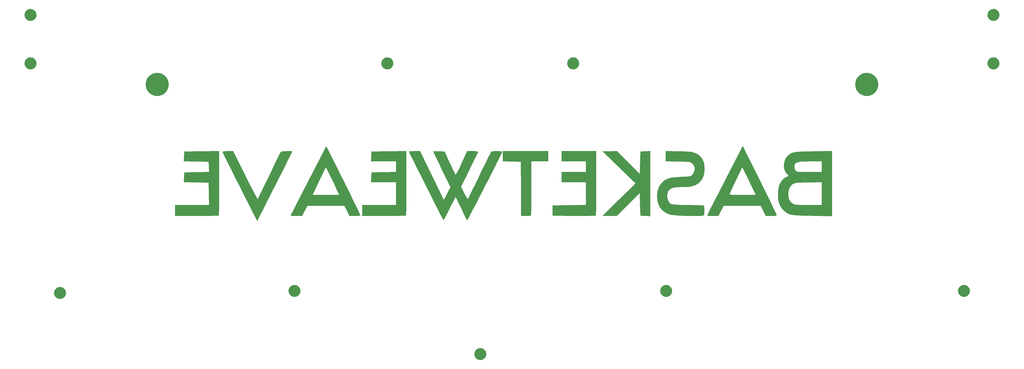
<source format=gbr>
G04 #@! TF.GenerationSoftware,KiCad,Pcbnew,(5.1.6)-1*
G04 #@! TF.CreationDate,2020-10-24T16:54:59-05:00*
G04 #@! TF.ProjectId,basketweave_bottom,6261736b-6574-4776-9561-76655f626f74,rev?*
G04 #@! TF.SameCoordinates,Original*
G04 #@! TF.FileFunction,Soldermask,Bot*
G04 #@! TF.FilePolarity,Negative*
%FSLAX46Y46*%
G04 Gerber Fmt 4.6, Leading zero omitted, Abs format (unit mm)*
G04 Created by KiCad (PCBNEW (5.1.6)-1) date 2020-10-24 16:54:59*
%MOMM*%
%LPD*%
G01*
G04 APERTURE LIST*
%ADD10C,0.010000*%
%ADD11C,0.100000*%
G04 APERTURE END LIST*
D10*
G36*
X201819366Y-128344679D02*
G01*
X201170713Y-128453553D01*
X200839723Y-128617023D01*
X200838280Y-128619250D01*
X200686140Y-128913330D01*
X200340031Y-129613146D01*
X199825412Y-130666268D01*
X199167745Y-132020267D01*
X198392488Y-133622713D01*
X197525101Y-135421178D01*
X196591045Y-137363231D01*
X196490423Y-137572750D01*
X195552529Y-139520793D01*
X194679101Y-141325091D01*
X193895407Y-142934189D01*
X193226714Y-144296632D01*
X192698290Y-145360966D01*
X192335400Y-146075736D01*
X192163314Y-146389488D01*
X192156905Y-146397528D01*
X191978024Y-146262393D01*
X191635860Y-145751521D01*
X191182251Y-144949379D01*
X190747380Y-144100824D01*
X189524467Y-141615342D01*
X192726859Y-135214499D01*
X193556366Y-133547744D01*
X194306030Y-132024594D01*
X194946880Y-130705273D01*
X195449945Y-129650003D01*
X195786253Y-128919006D01*
X195926834Y-128572506D01*
X195929250Y-128557703D01*
X195691333Y-128429029D01*
X195040433Y-128339832D01*
X194070832Y-128302221D01*
X193936694Y-128301750D01*
X191944137Y-128301750D01*
X189824863Y-132876718D01*
X189170531Y-134260171D01*
X188578864Y-135456302D01*
X188084645Y-136399203D01*
X187722657Y-137022966D01*
X187527682Y-137261682D01*
X187512536Y-137258218D01*
X187349301Y-136976013D01*
X187011612Y-136307697D01*
X186536315Y-135329128D01*
X185960256Y-134116167D01*
X185321243Y-132746750D01*
X183323002Y-128428750D01*
X181244126Y-128354977D01*
X180289003Y-128336858D01*
X179565264Y-128353165D01*
X179191548Y-128400107D01*
X179165250Y-128421406D01*
X179272262Y-128676885D01*
X179574753Y-129330333D01*
X180044904Y-130323429D01*
X180654899Y-131597850D01*
X181376919Y-133095274D01*
X182183147Y-134757377D01*
X182388911Y-135180118D01*
X185612572Y-141798629D01*
X184381935Y-144257689D01*
X183151298Y-146716750D01*
X178631446Y-137509250D01*
X174111593Y-128301750D01*
X172066422Y-128301750D01*
X171119354Y-128316205D01*
X170404988Y-128354636D01*
X170043148Y-128409642D01*
X170021250Y-128428087D01*
X170131421Y-128687018D01*
X170445405Y-129346856D01*
X170938412Y-130358282D01*
X171585652Y-131671974D01*
X172362335Y-133238612D01*
X173243671Y-135008876D01*
X174204869Y-136933446D01*
X175221140Y-138963001D01*
X176267692Y-141048220D01*
X177319736Y-143139783D01*
X178352481Y-145188370D01*
X179341137Y-147144660D01*
X180260915Y-148959333D01*
X181087023Y-150583068D01*
X181794671Y-151966544D01*
X182359069Y-153060442D01*
X182755428Y-153815441D01*
X182958956Y-154182221D01*
X182980050Y-154209750D01*
X183129475Y-153993385D01*
X183465479Y-153391070D01*
X183950991Y-152472976D01*
X184548940Y-151309272D01*
X185222256Y-149970128D01*
X185261250Y-149891750D01*
X185937572Y-148545125D01*
X186540500Y-147370256D01*
X187032993Y-146437251D01*
X187378006Y-145816217D01*
X187538495Y-145577264D01*
X187541280Y-145576601D01*
X187686107Y-145795985D01*
X188008623Y-146404331D01*
X188472771Y-147329759D01*
X189042491Y-148500387D01*
X189675498Y-149831101D01*
X190317987Y-151187906D01*
X190892195Y-152385124D01*
X191361204Y-153347014D01*
X191688094Y-153997835D01*
X191834498Y-154260313D01*
X191975094Y-154073671D01*
X192323223Y-153473089D01*
X192857904Y-152498329D01*
X193558154Y-151189152D01*
X194402992Y-149585318D01*
X195371435Y-147726590D01*
X196442502Y-145652729D01*
X197595211Y-143403495D01*
X198469250Y-141687313D01*
X199670396Y-139320051D01*
X200802149Y-137084328D01*
X201843569Y-135021865D01*
X202773715Y-133174385D01*
X203571647Y-131583610D01*
X204216422Y-130291261D01*
X204687100Y-129339060D01*
X204962739Y-128768730D01*
X205028375Y-128619249D01*
X204848208Y-128455143D01*
X204300103Y-128345633D01*
X203521181Y-128290719D01*
X202648562Y-128290401D01*
X201819366Y-128344679D01*
G37*
X201819366Y-128344679D02*
X201170713Y-128453553D01*
X200839723Y-128617023D01*
X200838280Y-128619250D01*
X200686140Y-128913330D01*
X200340031Y-129613146D01*
X199825412Y-130666268D01*
X199167745Y-132020267D01*
X198392488Y-133622713D01*
X197525101Y-135421178D01*
X196591045Y-137363231D01*
X196490423Y-137572750D01*
X195552529Y-139520793D01*
X194679101Y-141325091D01*
X193895407Y-142934189D01*
X193226714Y-144296632D01*
X192698290Y-145360966D01*
X192335400Y-146075736D01*
X192163314Y-146389488D01*
X192156905Y-146397528D01*
X191978024Y-146262393D01*
X191635860Y-145751521D01*
X191182251Y-144949379D01*
X190747380Y-144100824D01*
X189524467Y-141615342D01*
X192726859Y-135214499D01*
X193556366Y-133547744D01*
X194306030Y-132024594D01*
X194946880Y-130705273D01*
X195449945Y-129650003D01*
X195786253Y-128919006D01*
X195926834Y-128572506D01*
X195929250Y-128557703D01*
X195691333Y-128429029D01*
X195040433Y-128339832D01*
X194070832Y-128302221D01*
X193936694Y-128301750D01*
X191944137Y-128301750D01*
X189824863Y-132876718D01*
X189170531Y-134260171D01*
X188578864Y-135456302D01*
X188084645Y-136399203D01*
X187722657Y-137022966D01*
X187527682Y-137261682D01*
X187512536Y-137258218D01*
X187349301Y-136976013D01*
X187011612Y-136307697D01*
X186536315Y-135329128D01*
X185960256Y-134116167D01*
X185321243Y-132746750D01*
X183323002Y-128428750D01*
X181244126Y-128354977D01*
X180289003Y-128336858D01*
X179565264Y-128353165D01*
X179191548Y-128400107D01*
X179165250Y-128421406D01*
X179272262Y-128676885D01*
X179574753Y-129330333D01*
X180044904Y-130323429D01*
X180654899Y-131597850D01*
X181376919Y-133095274D01*
X182183147Y-134757377D01*
X182388911Y-135180118D01*
X185612572Y-141798629D01*
X184381935Y-144257689D01*
X183151298Y-146716750D01*
X178631446Y-137509250D01*
X174111593Y-128301750D01*
X172066422Y-128301750D01*
X171119354Y-128316205D01*
X170404988Y-128354636D01*
X170043148Y-128409642D01*
X170021250Y-128428087D01*
X170131421Y-128687018D01*
X170445405Y-129346856D01*
X170938412Y-130358282D01*
X171585652Y-131671974D01*
X172362335Y-133238612D01*
X173243671Y-135008876D01*
X174204869Y-136933446D01*
X175221140Y-138963001D01*
X176267692Y-141048220D01*
X177319736Y-143139783D01*
X178352481Y-145188370D01*
X179341137Y-147144660D01*
X180260915Y-148959333D01*
X181087023Y-150583068D01*
X181794671Y-151966544D01*
X182359069Y-153060442D01*
X182755428Y-153815441D01*
X182958956Y-154182221D01*
X182980050Y-154209750D01*
X183129475Y-153993385D01*
X183465479Y-153391070D01*
X183950991Y-152472976D01*
X184548940Y-151309272D01*
X185222256Y-149970128D01*
X185261250Y-149891750D01*
X185937572Y-148545125D01*
X186540500Y-147370256D01*
X187032993Y-146437251D01*
X187378006Y-145816217D01*
X187538495Y-145577264D01*
X187541280Y-145576601D01*
X187686107Y-145795985D01*
X188008623Y-146404331D01*
X188472771Y-147329759D01*
X189042491Y-148500387D01*
X189675498Y-149831101D01*
X190317987Y-151187906D01*
X190892195Y-152385124D01*
X191361204Y-153347014D01*
X191688094Y-153997835D01*
X191834498Y-154260313D01*
X191975094Y-154073671D01*
X192323223Y-153473089D01*
X192857904Y-152498329D01*
X193558154Y-151189152D01*
X194402992Y-149585318D01*
X195371435Y-147726590D01*
X196442502Y-145652729D01*
X197595211Y-143403495D01*
X198469250Y-141687313D01*
X199670396Y-139320051D01*
X200802149Y-137084328D01*
X201843569Y-135021865D01*
X202773715Y-133174385D01*
X203571647Y-131583610D01*
X204216422Y-130291261D01*
X204687100Y-129339060D01*
X204962739Y-128768730D01*
X205028375Y-128619249D01*
X204848208Y-128455143D01*
X204300103Y-128345633D01*
X203521181Y-128290719D01*
X202648562Y-128290401D01*
X201819366Y-128344679D01*
G36*
X123555666Y-128323008D02*
G01*
X122727273Y-128395356D01*
X122103622Y-128501151D01*
X121835800Y-128619249D01*
X121674763Y-128913623D01*
X121321056Y-129614173D01*
X120800325Y-130668377D01*
X120138216Y-132023716D01*
X119360377Y-133627668D01*
X118492453Y-135427714D01*
X117560090Y-137371333D01*
X117463732Y-137572750D01*
X116529650Y-139521151D01*
X115660398Y-141325489D01*
X114881091Y-142934297D01*
X114216844Y-144296110D01*
X113692773Y-145359462D01*
X113333991Y-146072888D01*
X113165614Y-146384921D01*
X113159672Y-146392661D01*
X113012648Y-146213799D01*
X112665812Y-145626168D01*
X112143962Y-144676647D01*
X111471899Y-143412113D01*
X110674423Y-141879444D01*
X109776333Y-140125517D01*
X108802430Y-138197210D01*
X108422960Y-137439161D01*
X103859894Y-128301750D01*
X101869948Y-128301749D01*
X100812659Y-128325265D01*
X100198894Y-128402766D01*
X99966045Y-128544687D01*
X99964828Y-128619249D01*
X100090707Y-128897906D01*
X100418219Y-129575097D01*
X100922654Y-130601589D01*
X101579306Y-131928153D01*
X102363463Y-133505556D01*
X103250419Y-135284568D01*
X104215465Y-137215957D01*
X105233891Y-139250491D01*
X106280989Y-141338940D01*
X107332051Y-143432073D01*
X108362367Y-145480658D01*
X109347230Y-147435463D01*
X110261930Y-149247258D01*
X111081758Y-150866811D01*
X111782007Y-152244891D01*
X112337967Y-153332267D01*
X112724930Y-154079707D01*
X112918186Y-154437980D01*
X112935249Y-154462417D01*
X113058254Y-154242180D01*
X113389852Y-153608784D01*
X113909477Y-152602445D01*
X114596565Y-151263381D01*
X115430549Y-149631810D01*
X116390867Y-147747950D01*
X117456952Y-145652016D01*
X118608239Y-143384228D01*
X119538750Y-141548400D01*
X120741576Y-139170852D01*
X121872850Y-136929214D01*
X122912148Y-134864331D01*
X123839045Y-133017048D01*
X124633115Y-131428212D01*
X125273934Y-130138668D01*
X125741077Y-129189260D01*
X126014120Y-128620836D01*
X126079250Y-128468732D01*
X125850592Y-128356969D01*
X125259195Y-128298782D01*
X124446929Y-128289139D01*
X123555666Y-128323008D01*
G37*
X123555666Y-128323008D02*
X122727273Y-128395356D01*
X122103622Y-128501151D01*
X121835800Y-128619249D01*
X121674763Y-128913623D01*
X121321056Y-129614173D01*
X120800325Y-130668377D01*
X120138216Y-132023716D01*
X119360377Y-133627668D01*
X118492453Y-135427714D01*
X117560090Y-137371333D01*
X117463732Y-137572750D01*
X116529650Y-139521151D01*
X115660398Y-141325489D01*
X114881091Y-142934297D01*
X114216844Y-144296110D01*
X113692773Y-145359462D01*
X113333991Y-146072888D01*
X113165614Y-146384921D01*
X113159672Y-146392661D01*
X113012648Y-146213799D01*
X112665812Y-145626168D01*
X112143962Y-144676647D01*
X111471899Y-143412113D01*
X110674423Y-141879444D01*
X109776333Y-140125517D01*
X108802430Y-138197210D01*
X108422960Y-137439161D01*
X103859894Y-128301750D01*
X101869948Y-128301749D01*
X100812659Y-128325265D01*
X100198894Y-128402766D01*
X99966045Y-128544687D01*
X99964828Y-128619249D01*
X100090707Y-128897906D01*
X100418219Y-129575097D01*
X100922654Y-130601589D01*
X101579306Y-131928153D01*
X102363463Y-133505556D01*
X103250419Y-135284568D01*
X104215465Y-137215957D01*
X105233891Y-139250491D01*
X106280989Y-141338940D01*
X107332051Y-143432073D01*
X108362367Y-145480658D01*
X109347230Y-147435463D01*
X110261930Y-149247258D01*
X111081758Y-150866811D01*
X111782007Y-152244891D01*
X112337967Y-153332267D01*
X112724930Y-154079707D01*
X112918186Y-154437980D01*
X112935249Y-154462417D01*
X113058254Y-154242180D01*
X113389852Y-153608784D01*
X113909477Y-152602445D01*
X114596565Y-151263381D01*
X115430549Y-149631810D01*
X116390867Y-147747950D01*
X117456952Y-145652016D01*
X118608239Y-143384228D01*
X119538750Y-141548400D01*
X120741576Y-139170852D01*
X121872850Y-136929214D01*
X122912148Y-134864331D01*
X123839045Y-133017048D01*
X124633115Y-131428212D01*
X125273934Y-130138668D01*
X125741077Y-129189260D01*
X126014120Y-128620836D01*
X126079250Y-128468732D01*
X125850592Y-128356969D01*
X125259195Y-128298782D01*
X124446929Y-128289139D01*
X123555666Y-128323008D01*
G36*
X322230750Y-128367232D02*
G01*
X319967632Y-128408997D01*
X318149002Y-128460982D01*
X316711348Y-128533286D01*
X315591158Y-128636008D01*
X314724921Y-128779248D01*
X314049125Y-128973107D01*
X313500257Y-129227683D01*
X313014807Y-129553077D01*
X312597473Y-129899137D01*
X311702798Y-130897647D01*
X311187045Y-132045299D01*
X310995515Y-133473958D01*
X310991250Y-133771290D01*
X311067140Y-134945369D01*
X311347764Y-135839679D01*
X311912551Y-136666754D01*
X312189151Y-136976558D01*
X312816982Y-137650367D01*
X312268427Y-137824472D01*
X311493206Y-138245916D01*
X310642200Y-138977098D01*
X309865469Y-139872721D01*
X309405269Y-140596701D01*
X309088589Y-141391107D01*
X308884653Y-142395504D01*
X308766609Y-143748681D01*
X308756541Y-143949551D01*
X308760829Y-145914357D01*
X308998155Y-147511392D01*
X309497742Y-148838206D01*
X310288811Y-149992348D01*
X310698626Y-150432736D01*
X311268815Y-150973218D01*
X311827219Y-151410782D01*
X312434851Y-151757407D01*
X313152721Y-152025068D01*
X314041841Y-152225743D01*
X315163222Y-152371411D01*
X316577876Y-152474047D01*
X318346814Y-152545631D01*
X320531048Y-152598138D01*
X321849750Y-152621854D01*
X329025250Y-152742590D01*
X329025250Y-148621750D01*
X325215250Y-148621750D01*
X320237137Y-148621750D01*
X318440316Y-148614934D01*
X317074716Y-148590790D01*
X316063693Y-148543769D01*
X315330606Y-148468322D01*
X314798812Y-148358902D01*
X314391667Y-148209960D01*
X314362916Y-148196518D01*
X313499249Y-147526227D01*
X312905078Y-146538608D01*
X312582092Y-145348011D01*
X312531983Y-144068784D01*
X312756442Y-142815278D01*
X313257161Y-141701842D01*
X314035829Y-140842824D01*
X314251976Y-140694768D01*
X314602413Y-140497488D01*
X314979347Y-140349099D01*
X315461919Y-140240685D01*
X316129267Y-140163331D01*
X317060531Y-140108122D01*
X318334850Y-140066143D01*
X320031364Y-140028478D01*
X320195349Y-140025234D01*
X325215250Y-139926436D01*
X325215250Y-148621750D01*
X329025250Y-148621750D01*
X329025250Y-132111750D01*
X325215250Y-132111750D01*
X325215250Y-136175750D01*
X320516250Y-136175750D01*
X318850952Y-136172183D01*
X317617805Y-136156552D01*
X316740983Y-136121458D01*
X316144657Y-136059504D01*
X315753001Y-135963291D01*
X315490188Y-135825423D01*
X315309250Y-135667750D01*
X314913840Y-134957605D01*
X314811272Y-134051561D01*
X315025656Y-133184817D01*
X315049889Y-133137768D01*
X315346516Y-132780691D01*
X315843982Y-132511968D01*
X316603483Y-132321157D01*
X317686218Y-132197812D01*
X319153383Y-132131491D01*
X321062153Y-132111750D01*
X325215250Y-132111750D01*
X329025250Y-132111750D01*
X329025250Y-128258741D01*
X322230750Y-128367232D01*
G37*
X322230750Y-128367232D02*
X319967632Y-128408997D01*
X318149002Y-128460982D01*
X316711348Y-128533286D01*
X315591158Y-128636008D01*
X314724921Y-128779248D01*
X314049125Y-128973107D01*
X313500257Y-129227683D01*
X313014807Y-129553077D01*
X312597473Y-129899137D01*
X311702798Y-130897647D01*
X311187045Y-132045299D01*
X310995515Y-133473958D01*
X310991250Y-133771290D01*
X311067140Y-134945369D01*
X311347764Y-135839679D01*
X311912551Y-136666754D01*
X312189151Y-136976558D01*
X312816982Y-137650367D01*
X312268427Y-137824472D01*
X311493206Y-138245916D01*
X310642200Y-138977098D01*
X309865469Y-139872721D01*
X309405269Y-140596701D01*
X309088589Y-141391107D01*
X308884653Y-142395504D01*
X308766609Y-143748681D01*
X308756541Y-143949551D01*
X308760829Y-145914357D01*
X308998155Y-147511392D01*
X309497742Y-148838206D01*
X310288811Y-149992348D01*
X310698626Y-150432736D01*
X311268815Y-150973218D01*
X311827219Y-151410782D01*
X312434851Y-151757407D01*
X313152721Y-152025068D01*
X314041841Y-152225743D01*
X315163222Y-152371411D01*
X316577876Y-152474047D01*
X318346814Y-152545631D01*
X320531048Y-152598138D01*
X321849750Y-152621854D01*
X329025250Y-152742590D01*
X329025250Y-148621750D01*
X325215250Y-148621750D01*
X320237137Y-148621750D01*
X318440316Y-148614934D01*
X317074716Y-148590790D01*
X316063693Y-148543769D01*
X315330606Y-148468322D01*
X314798812Y-148358902D01*
X314391667Y-148209960D01*
X314362916Y-148196518D01*
X313499249Y-147526227D01*
X312905078Y-146538608D01*
X312582092Y-145348011D01*
X312531983Y-144068784D01*
X312756442Y-142815278D01*
X313257161Y-141701842D01*
X314035829Y-140842824D01*
X314251976Y-140694768D01*
X314602413Y-140497488D01*
X314979347Y-140349099D01*
X315461919Y-140240685D01*
X316129267Y-140163331D01*
X317060531Y-140108122D01*
X318334850Y-140066143D01*
X320031364Y-140028478D01*
X320195349Y-140025234D01*
X325215250Y-139926436D01*
X325215250Y-148621750D01*
X329025250Y-148621750D01*
X329025250Y-132111750D01*
X325215250Y-132111750D01*
X325215250Y-136175750D01*
X320516250Y-136175750D01*
X318850952Y-136172183D01*
X317617805Y-136156552D01*
X316740983Y-136121458D01*
X316144657Y-136059504D01*
X315753001Y-135963291D01*
X315490188Y-135825423D01*
X315309250Y-135667750D01*
X314913840Y-134957605D01*
X314811272Y-134051561D01*
X315025656Y-133184817D01*
X315049889Y-133137768D01*
X315346516Y-132780691D01*
X315843982Y-132511968D01*
X316603483Y-132321157D01*
X317686218Y-132197812D01*
X319153383Y-132131491D01*
X321062153Y-132111750D01*
X325215250Y-132111750D01*
X329025250Y-132111750D01*
X329025250Y-128258741D01*
X322230750Y-128367232D01*
G36*
X290573378Y-135937373D02*
G01*
X289444198Y-138132190D01*
X288315955Y-140325596D01*
X287225837Y-142445265D01*
X286211031Y-144418875D01*
X285308724Y-146174103D01*
X284556101Y-147638624D01*
X283990352Y-148740115D01*
X283892238Y-148931258D01*
X283285217Y-150138462D01*
X282784211Y-151182045D01*
X282425956Y-151981584D01*
X282247188Y-152456657D01*
X282238926Y-152550758D01*
X282539766Y-152614447D01*
X283215917Y-152661950D01*
X284134749Y-152684848D01*
X284365663Y-152685750D01*
X286357409Y-152685750D01*
X288242647Y-148875750D01*
X302243854Y-148875750D01*
X304129092Y-152685750D01*
X306163171Y-152685750D01*
X307234414Y-152663500D01*
X307875468Y-152588158D01*
X308162551Y-152446830D01*
X308197250Y-152341701D01*
X308086889Y-152056282D01*
X307769379Y-151358647D01*
X307265077Y-150290785D01*
X306594344Y-148894686D01*
X305777537Y-147212340D01*
X304835017Y-145285739D01*
X304558697Y-144724366D01*
X300323250Y-144724366D01*
X300082065Y-144751202D01*
X299409757Y-144774700D01*
X298383202Y-144793511D01*
X297079274Y-144806283D01*
X295574846Y-144811663D01*
X295353134Y-144811750D01*
X293650622Y-144810295D01*
X292392089Y-144801232D01*
X291513514Y-144777511D01*
X290950877Y-144732081D01*
X290640157Y-144657892D01*
X290517333Y-144547895D01*
X290518386Y-144395040D01*
X290550859Y-144282926D01*
X290708922Y-143900518D01*
X291053114Y-143138749D01*
X291547362Y-142075082D01*
X292155592Y-140786982D01*
X292841730Y-139351915D01*
X293005216Y-139012426D01*
X295291731Y-134270750D01*
X297807491Y-139453866D01*
X298528823Y-140943680D01*
X299169391Y-142273739D01*
X299697875Y-143378429D01*
X300082955Y-144192134D01*
X300293311Y-144649238D01*
X300323250Y-144724366D01*
X304558697Y-144724366D01*
X303787141Y-143156871D01*
X302654268Y-140867726D01*
X301831732Y-139212824D01*
X295466214Y-126427997D01*
X290573378Y-135937373D01*
G37*
X290573378Y-135937373D02*
X289444198Y-138132190D01*
X288315955Y-140325596D01*
X287225837Y-142445265D01*
X286211031Y-144418875D01*
X285308724Y-146174103D01*
X284556101Y-147638624D01*
X283990352Y-148740115D01*
X283892238Y-148931258D01*
X283285217Y-150138462D01*
X282784211Y-151182045D01*
X282425956Y-151981584D01*
X282247188Y-152456657D01*
X282238926Y-152550758D01*
X282539766Y-152614447D01*
X283215917Y-152661950D01*
X284134749Y-152684848D01*
X284365663Y-152685750D01*
X286357409Y-152685750D01*
X288242647Y-148875750D01*
X302243854Y-148875750D01*
X304129092Y-152685750D01*
X306163171Y-152685750D01*
X307234414Y-152663500D01*
X307875468Y-152588158D01*
X308162551Y-152446830D01*
X308197250Y-152341701D01*
X308086889Y-152056282D01*
X307769379Y-151358647D01*
X307265077Y-150290785D01*
X306594344Y-148894686D01*
X305777537Y-147212340D01*
X304835017Y-145285739D01*
X304558697Y-144724366D01*
X300323250Y-144724366D01*
X300082065Y-144751202D01*
X299409757Y-144774700D01*
X298383202Y-144793511D01*
X297079274Y-144806283D01*
X295574846Y-144811663D01*
X295353134Y-144811750D01*
X293650622Y-144810295D01*
X292392089Y-144801232D01*
X291513514Y-144777511D01*
X290950877Y-144732081D01*
X290640157Y-144657892D01*
X290517333Y-144547895D01*
X290518386Y-144395040D01*
X290550859Y-144282926D01*
X290708922Y-143900518D01*
X291053114Y-143138749D01*
X291547362Y-142075082D01*
X292155592Y-140786982D01*
X292841730Y-139351915D01*
X293005216Y-139012426D01*
X295291731Y-134270750D01*
X297807491Y-139453866D01*
X298528823Y-140943680D01*
X299169391Y-142273739D01*
X299697875Y-143378429D01*
X300082955Y-144192134D01*
X300293311Y-144649238D01*
X300323250Y-144724366D01*
X304558697Y-144724366D01*
X303787141Y-143156871D01*
X302654268Y-140867726D01*
X301831732Y-139212824D01*
X295466214Y-126427997D01*
X290573378Y-135937373D01*
G36*
X266541250Y-132062406D02*
G01*
X271094991Y-132150578D01*
X272744425Y-132187191D01*
X273966435Y-132230094D01*
X274841590Y-132288663D01*
X275450455Y-132372278D01*
X275873600Y-132490315D01*
X276191590Y-132652155D01*
X276349476Y-132762204D01*
X277067341Y-133587856D01*
X277391292Y-134619447D01*
X277314516Y-135733958D01*
X276830204Y-136808369D01*
X276590768Y-137120451D01*
X276334006Y-137396734D01*
X276057662Y-137592324D01*
X275669202Y-137726272D01*
X275076094Y-137817627D01*
X274185805Y-137885438D01*
X272905800Y-137948757D01*
X272474589Y-137967853D01*
X270473797Y-138092444D01*
X268890710Y-138286724D01*
X267636920Y-138576638D01*
X266624019Y-138988130D01*
X265763598Y-139547145D01*
X265116420Y-140127212D01*
X264111371Y-141438846D01*
X263503235Y-142988466D01*
X263277564Y-144823117D01*
X263313247Y-145997659D01*
X263639509Y-147906170D01*
X264318937Y-149461551D01*
X265378306Y-150699945D01*
X266844392Y-151657496D01*
X267811250Y-152069289D01*
X268454185Y-152221185D01*
X269454184Y-152355145D01*
X270728294Y-152469229D01*
X272193564Y-152561495D01*
X273767042Y-152630003D01*
X275365774Y-152672812D01*
X276906808Y-152687982D01*
X278307193Y-152673570D01*
X279483976Y-152627638D01*
X280354204Y-152548244D01*
X280834926Y-152433446D01*
X280900239Y-152375523D01*
X280964924Y-151934087D01*
X280987674Y-151164797D01*
X280968825Y-150372996D01*
X280892250Y-148748750D01*
X274923250Y-148621750D01*
X272721813Y-148563892D01*
X270999214Y-148493258D01*
X269726406Y-148407839D01*
X268874340Y-148305628D01*
X268413969Y-148184616D01*
X268385380Y-148169720D01*
X267667063Y-147478338D01*
X267209104Y-146417558D01*
X267049250Y-145082370D01*
X267113978Y-144176872D01*
X267363587Y-143524109D01*
X267747750Y-143024272D01*
X268310927Y-142524137D01*
X269019927Y-142169575D01*
X269962876Y-141939680D01*
X271227898Y-141813547D01*
X272903118Y-141770270D01*
X273035649Y-141769809D01*
X274953463Y-141697896D01*
X276475205Y-141473227D01*
X277697415Y-141067141D01*
X278716633Y-140450973D01*
X279343309Y-139897059D01*
X280248386Y-138734386D01*
X280815243Y-137356437D01*
X281072561Y-135677080D01*
X281093333Y-134641189D01*
X280892706Y-132813156D01*
X280336368Y-131330496D01*
X279399524Y-130153151D01*
X278057381Y-129241062D01*
X277623889Y-129035779D01*
X277116924Y-128832380D01*
X276593189Y-128679473D01*
X275965492Y-128567435D01*
X275146644Y-128486642D01*
X274049452Y-128427472D01*
X272586728Y-128380300D01*
X271430750Y-128352241D01*
X266541250Y-128241538D01*
X266541250Y-132062406D01*
G37*
X266541250Y-132062406D02*
X271094991Y-132150578D01*
X272744425Y-132187191D01*
X273966435Y-132230094D01*
X274841590Y-132288663D01*
X275450455Y-132372278D01*
X275873600Y-132490315D01*
X276191590Y-132652155D01*
X276349476Y-132762204D01*
X277067341Y-133587856D01*
X277391292Y-134619447D01*
X277314516Y-135733958D01*
X276830204Y-136808369D01*
X276590768Y-137120451D01*
X276334006Y-137396734D01*
X276057662Y-137592324D01*
X275669202Y-137726272D01*
X275076094Y-137817627D01*
X274185805Y-137885438D01*
X272905800Y-137948757D01*
X272474589Y-137967853D01*
X270473797Y-138092444D01*
X268890710Y-138286724D01*
X267636920Y-138576638D01*
X266624019Y-138988130D01*
X265763598Y-139547145D01*
X265116420Y-140127212D01*
X264111371Y-141438846D01*
X263503235Y-142988466D01*
X263277564Y-144823117D01*
X263313247Y-145997659D01*
X263639509Y-147906170D01*
X264318937Y-149461551D01*
X265378306Y-150699945D01*
X266844392Y-151657496D01*
X267811250Y-152069289D01*
X268454185Y-152221185D01*
X269454184Y-152355145D01*
X270728294Y-152469229D01*
X272193564Y-152561495D01*
X273767042Y-152630003D01*
X275365774Y-152672812D01*
X276906808Y-152687982D01*
X278307193Y-152673570D01*
X279483976Y-152627638D01*
X280354204Y-152548244D01*
X280834926Y-152433446D01*
X280900239Y-152375523D01*
X280964924Y-151934087D01*
X280987674Y-151164797D01*
X280968825Y-150372996D01*
X280892250Y-148748750D01*
X274923250Y-148621750D01*
X272721813Y-148563892D01*
X270999214Y-148493258D01*
X269726406Y-148407839D01*
X268874340Y-148305628D01*
X268413969Y-148184616D01*
X268385380Y-148169720D01*
X267667063Y-147478338D01*
X267209104Y-146417558D01*
X267049250Y-145082370D01*
X267113978Y-144176872D01*
X267363587Y-143524109D01*
X267747750Y-143024272D01*
X268310927Y-142524137D01*
X269019927Y-142169575D01*
X269962876Y-141939680D01*
X271227898Y-141813547D01*
X272903118Y-141770270D01*
X273035649Y-141769809D01*
X274953463Y-141697896D01*
X276475205Y-141473227D01*
X277697415Y-141067141D01*
X278716633Y-140450973D01*
X279343309Y-139897059D01*
X280248386Y-138734386D01*
X280815243Y-137356437D01*
X281072561Y-135677080D01*
X281093333Y-134641189D01*
X280892706Y-132813156D01*
X280336368Y-131330496D01*
X279399524Y-130153151D01*
X278057381Y-129241062D01*
X277623889Y-129035779D01*
X277116924Y-128832380D01*
X276593189Y-128679473D01*
X275965492Y-128567435D01*
X275146644Y-128486642D01*
X274049452Y-128427472D01*
X272586728Y-128380300D01*
X271430750Y-128352241D01*
X266541250Y-128241538D01*
X266541250Y-132062406D01*
G36*
X257016250Y-128428750D02*
G01*
X256762250Y-136944932D01*
X252447053Y-132623341D01*
X248131855Y-128301749D01*
X245462053Y-128315050D01*
X242792250Y-128328350D01*
X255238250Y-140505814D01*
X249015250Y-146583645D01*
X242792250Y-152661475D01*
X245462053Y-152673612D01*
X248131855Y-152685750D01*
X252447053Y-148364158D01*
X256762250Y-144042567D01*
X256889250Y-148300658D01*
X257016250Y-152558750D01*
X258857750Y-152633377D01*
X260699250Y-152708005D01*
X260699250Y-128279494D01*
X257016250Y-128428750D01*
G37*
X257016250Y-128428750D02*
X256762250Y-136944932D01*
X252447053Y-132623341D01*
X248131855Y-128301749D01*
X245462053Y-128315050D01*
X242792250Y-128328350D01*
X255238250Y-140505814D01*
X249015250Y-146583645D01*
X242792250Y-152661475D01*
X245462053Y-152673612D01*
X248131855Y-152685750D01*
X252447053Y-148364158D01*
X256762250Y-144042567D01*
X256889250Y-148300658D01*
X257016250Y-152558750D01*
X258857750Y-152633377D01*
X260699250Y-152708005D01*
X260699250Y-128279494D01*
X257016250Y-128428750D01*
G36*
X227425250Y-132111750D02*
G01*
X236569250Y-132111750D01*
X236569250Y-136175750D01*
X227425250Y-136175750D01*
X227425250Y-139985750D01*
X236569250Y-139985750D01*
X236569250Y-148612875D01*
X230282750Y-148680812D01*
X223996250Y-148748750D01*
X223996250Y-152558750D01*
X232014912Y-152625755D01*
X233984785Y-152636890D01*
X235789971Y-152636880D01*
X237368204Y-152626530D01*
X238657219Y-152606643D01*
X239594748Y-152578026D01*
X240118527Y-152541481D01*
X240206412Y-152519922D01*
X240241211Y-152238587D01*
X240273669Y-151499633D01*
X240303071Y-150353440D01*
X240328703Y-148850386D01*
X240349850Y-147040851D01*
X240365800Y-144975213D01*
X240375838Y-142703851D01*
X240379250Y-140324416D01*
X240379250Y-128301750D01*
X227425250Y-128301750D01*
X227425250Y-132111750D01*
G37*
X227425250Y-132111750D02*
X236569250Y-132111750D01*
X236569250Y-136175750D01*
X227425250Y-136175750D01*
X227425250Y-139985750D01*
X236569250Y-139985750D01*
X236569250Y-148612875D01*
X230282750Y-148680812D01*
X223996250Y-148748750D01*
X223996250Y-152558750D01*
X232014912Y-152625755D01*
X233984785Y-152636890D01*
X235789971Y-152636880D01*
X237368204Y-152626530D01*
X238657219Y-152606643D01*
X239594748Y-152578026D01*
X240118527Y-152541481D01*
X240206412Y-152519922D01*
X240241211Y-152238587D01*
X240273669Y-151499633D01*
X240303071Y-150353440D01*
X240328703Y-148850386D01*
X240349850Y-147040851D01*
X240365800Y-144975213D01*
X240375838Y-142703851D01*
X240379250Y-140324416D01*
X240379250Y-128301750D01*
X227425250Y-128301750D01*
X227425250Y-132111750D01*
G36*
X205327250Y-132097005D02*
G01*
X208692750Y-132167877D01*
X212058250Y-132238750D01*
X212124632Y-142462250D01*
X212191013Y-152685750D01*
X213923799Y-152685750D01*
X214819276Y-152662574D01*
X215502470Y-152601809D01*
X215825732Y-152516601D01*
X215825917Y-152516416D01*
X215862990Y-152233427D01*
X215897259Y-151497531D01*
X215927818Y-150363814D01*
X215953761Y-148887367D01*
X215974180Y-147123276D01*
X215988169Y-145126631D01*
X215994820Y-142952520D01*
X215995250Y-142229416D01*
X215995250Y-132111750D01*
X222345250Y-132111750D01*
X222345250Y-128301750D01*
X205327250Y-128301750D01*
X205327250Y-132097005D01*
G37*
X205327250Y-132097005D02*
X208692750Y-132167877D01*
X212058250Y-132238750D01*
X212124632Y-142462250D01*
X212191013Y-152685750D01*
X213923799Y-152685750D01*
X214819276Y-152662574D01*
X215502470Y-152601809D01*
X215825732Y-152516601D01*
X215825917Y-152516416D01*
X215862990Y-152233427D01*
X215897259Y-151497531D01*
X215927818Y-150363814D01*
X215953761Y-148887367D01*
X215974180Y-147123276D01*
X215988169Y-145126631D01*
X215994820Y-142952520D01*
X215995250Y-142229416D01*
X215995250Y-132111750D01*
X222345250Y-132111750D01*
X222345250Y-128301750D01*
X205327250Y-128301750D01*
X205327250Y-132097005D01*
G36*
X162464750Y-128360961D02*
G01*
X155924250Y-128428750D01*
X155849623Y-130270249D01*
X155774995Y-132111749D01*
X160485123Y-132111749D01*
X165195250Y-132111750D01*
X165195250Y-136164290D01*
X155924250Y-136302750D01*
X155849623Y-138144250D01*
X155774995Y-139985750D01*
X165195250Y-139985750D01*
X165195250Y-148621750D01*
X152495250Y-148621750D01*
X152495250Y-152685750D01*
X160580917Y-152685750D01*
X162559096Y-152680617D01*
X164372582Y-152666068D01*
X165959413Y-152643372D01*
X167257622Y-152613801D01*
X168205245Y-152578626D01*
X168740318Y-152539117D01*
X168835917Y-152516416D01*
X168870004Y-152235808D01*
X168901798Y-151497553D01*
X168930599Y-150352001D01*
X168955708Y-148849502D01*
X168976427Y-147040407D01*
X168992057Y-144975065D01*
X169001897Y-142703827D01*
X169005250Y-140320128D01*
X169005250Y-128293173D01*
X162464750Y-128360961D01*
G37*
X162464750Y-128360961D02*
X155924250Y-128428750D01*
X155849623Y-130270249D01*
X155774995Y-132111749D01*
X160485123Y-132111749D01*
X165195250Y-132111750D01*
X165195250Y-136164290D01*
X155924250Y-136302750D01*
X155849623Y-138144250D01*
X155774995Y-139985750D01*
X165195250Y-139985750D01*
X165195250Y-148621750D01*
X152495250Y-148621750D01*
X152495250Y-152685750D01*
X160580917Y-152685750D01*
X162559096Y-152680617D01*
X164372582Y-152666068D01*
X165959413Y-152643372D01*
X167257622Y-152613801D01*
X168205245Y-152578626D01*
X168740318Y-152539117D01*
X168835917Y-152516416D01*
X168870004Y-152235808D01*
X168901798Y-151497553D01*
X168930599Y-150352001D01*
X168955708Y-148849502D01*
X168976427Y-147040407D01*
X168992057Y-144975065D01*
X169001897Y-142703827D01*
X169005250Y-140320128D01*
X169005250Y-128293173D01*
X162464750Y-128360961D01*
G36*
X138779567Y-126814583D02*
G01*
X138438207Y-127462627D01*
X137916917Y-128463215D01*
X137240826Y-129767417D01*
X136435060Y-131326301D01*
X135524746Y-133090937D01*
X134535012Y-135012394D01*
X133490985Y-137041742D01*
X132417791Y-139130049D01*
X131340559Y-141228385D01*
X130284415Y-143287818D01*
X129274487Y-145259419D01*
X128335901Y-147094256D01*
X127493785Y-148743398D01*
X126773267Y-150157915D01*
X126199473Y-151288876D01*
X125797530Y-152087350D01*
X125592566Y-152504406D01*
X125571250Y-152554312D01*
X125805800Y-152613685D01*
X126431735Y-152659104D01*
X127332492Y-152683479D01*
X127732330Y-152685750D01*
X129893409Y-152685750D01*
X131778647Y-148875750D01*
X145779854Y-148875750D01*
X147665092Y-152685750D01*
X149699171Y-152685750D01*
X150643328Y-152660931D01*
X151354509Y-152594973D01*
X151712600Y-152500619D01*
X151733250Y-152469930D01*
X151624866Y-152206372D01*
X151315925Y-151542632D01*
X150830748Y-150527856D01*
X150193655Y-149211192D01*
X149428965Y-147641785D01*
X148560998Y-145868783D01*
X148041697Y-144811750D01*
X143842612Y-144811750D01*
X133722621Y-144811750D01*
X135895689Y-140303250D01*
X136584018Y-138866527D01*
X137209188Y-137545435D01*
X137732157Y-136423765D01*
X138113883Y-135585309D01*
X138315323Y-135113858D01*
X138321851Y-135096250D01*
X138552482Y-134598280D01*
X138740598Y-134400067D01*
X138840225Y-134497262D01*
X139031988Y-134811583D01*
X139334022Y-135379633D01*
X139764463Y-136238014D01*
X140341446Y-137423331D01*
X141083105Y-138972185D01*
X142007577Y-140921181D01*
X142735052Y-142462250D01*
X143842612Y-144811750D01*
X148041697Y-144811750D01*
X147614075Y-143941332D01*
X146612514Y-141908578D01*
X145580637Y-139819668D01*
X144542762Y-137723750D01*
X143523210Y-135669969D01*
X142546300Y-133707472D01*
X141636352Y-131885405D01*
X140817687Y-130252916D01*
X140114624Y-128859151D01*
X139551483Y-127753257D01*
X139152583Y-126984379D01*
X138942245Y-126601666D01*
X138915870Y-126568014D01*
X138779567Y-126814583D01*
G37*
X138779567Y-126814583D02*
X138438207Y-127462627D01*
X137916917Y-128463215D01*
X137240826Y-129767417D01*
X136435060Y-131326301D01*
X135524746Y-133090937D01*
X134535012Y-135012394D01*
X133490985Y-137041742D01*
X132417791Y-139130049D01*
X131340559Y-141228385D01*
X130284415Y-143287818D01*
X129274487Y-145259419D01*
X128335901Y-147094256D01*
X127493785Y-148743398D01*
X126773267Y-150157915D01*
X126199473Y-151288876D01*
X125797530Y-152087350D01*
X125592566Y-152504406D01*
X125571250Y-152554312D01*
X125805800Y-152613685D01*
X126431735Y-152659104D01*
X127332492Y-152683479D01*
X127732330Y-152685750D01*
X129893409Y-152685750D01*
X131778647Y-148875750D01*
X145779854Y-148875750D01*
X147665092Y-152685750D01*
X149699171Y-152685750D01*
X150643328Y-152660931D01*
X151354509Y-152594973D01*
X151712600Y-152500619D01*
X151733250Y-152469930D01*
X151624866Y-152206372D01*
X151315925Y-151542632D01*
X150830748Y-150527856D01*
X150193655Y-149211192D01*
X149428965Y-147641785D01*
X148560998Y-145868783D01*
X148041697Y-144811750D01*
X143842612Y-144811750D01*
X133722621Y-144811750D01*
X135895689Y-140303250D01*
X136584018Y-138866527D01*
X137209188Y-137545435D01*
X137732157Y-136423765D01*
X138113883Y-135585309D01*
X138315323Y-135113858D01*
X138321851Y-135096250D01*
X138552482Y-134598280D01*
X138740598Y-134400067D01*
X138840225Y-134497262D01*
X139031988Y-134811583D01*
X139334022Y-135379633D01*
X139764463Y-136238014D01*
X140341446Y-137423331D01*
X141083105Y-138972185D01*
X142007577Y-140921181D01*
X142735052Y-142462250D01*
X143842612Y-144811750D01*
X148041697Y-144811750D01*
X147614075Y-143941332D01*
X146612514Y-141908578D01*
X145580637Y-139819668D01*
X144542762Y-137723750D01*
X143523210Y-135669969D01*
X142546300Y-133707472D01*
X141636352Y-131885405D01*
X140817687Y-130252916D01*
X140114624Y-128859151D01*
X139551483Y-127753257D01*
X139152583Y-126984379D01*
X138942245Y-126601666D01*
X138915870Y-126568014D01*
X138779567Y-126814583D01*
G36*
X92106750Y-128360961D02*
G01*
X85566250Y-128428750D01*
X85491739Y-130264477D01*
X85417228Y-132100205D01*
X90063739Y-132169477D01*
X94710250Y-132238750D01*
X94784331Y-134201479D01*
X94858411Y-136164208D01*
X90212331Y-136233479D01*
X85566250Y-136302750D01*
X85491739Y-138138477D01*
X85417228Y-139974205D01*
X90063739Y-140043477D01*
X94710250Y-140112750D01*
X94779892Y-144367250D01*
X94849533Y-148621750D01*
X82137250Y-148621750D01*
X82137250Y-152685750D01*
X90222917Y-152685750D01*
X92201096Y-152680617D01*
X94014582Y-152666068D01*
X95601413Y-152643372D01*
X96899622Y-152613801D01*
X97847245Y-152578626D01*
X98382318Y-152539117D01*
X98477917Y-152516416D01*
X98512004Y-152235808D01*
X98543798Y-151497553D01*
X98572599Y-150352001D01*
X98597708Y-148849502D01*
X98618427Y-147040407D01*
X98634057Y-144975065D01*
X98643897Y-142703827D01*
X98647250Y-140320128D01*
X98647250Y-128293173D01*
X92106750Y-128360961D01*
G37*
X92106750Y-128360961D02*
X85566250Y-128428750D01*
X85491739Y-130264477D01*
X85417228Y-132100205D01*
X90063739Y-132169477D01*
X94710250Y-132238750D01*
X94784331Y-134201479D01*
X94858411Y-136164208D01*
X90212331Y-136233479D01*
X85566250Y-136302750D01*
X85491739Y-138138477D01*
X85417228Y-139974205D01*
X90063739Y-140043477D01*
X94710250Y-140112750D01*
X94779892Y-144367250D01*
X94849533Y-148621750D01*
X82137250Y-148621750D01*
X82137250Y-152685750D01*
X90222917Y-152685750D01*
X92201096Y-152680617D01*
X94014582Y-152666068D01*
X95601413Y-152643372D01*
X96899622Y-152613801D01*
X97847245Y-152578626D01*
X98382318Y-152539117D01*
X98477917Y-152516416D01*
X98512004Y-152235808D01*
X98543798Y-151497553D01*
X98572599Y-150352001D01*
X98597708Y-148849502D01*
X98618427Y-147040407D01*
X98634057Y-144975065D01*
X98643897Y-142703827D01*
X98647250Y-140320128D01*
X98647250Y-128293173D01*
X92106750Y-128360961D01*
D11*
G36*
X197125880Y-202547276D02*
G01*
X197506593Y-202623004D01*
X197916249Y-202792689D01*
X198284929Y-203039034D01*
X198598466Y-203352571D01*
X198844811Y-203721251D01*
X199014496Y-204130907D01*
X199101000Y-204565796D01*
X199101000Y-205009204D01*
X199014496Y-205444093D01*
X198844811Y-205853749D01*
X198598466Y-206222429D01*
X198284929Y-206535966D01*
X197916249Y-206782311D01*
X197506593Y-206951996D01*
X197125880Y-207027724D01*
X197071705Y-207038500D01*
X196628295Y-207038500D01*
X196574120Y-207027724D01*
X196193407Y-206951996D01*
X195783751Y-206782311D01*
X195415071Y-206535966D01*
X195101534Y-206222429D01*
X194855189Y-205853749D01*
X194685504Y-205444093D01*
X194599000Y-205009204D01*
X194599000Y-204565796D01*
X194685504Y-204130907D01*
X194855189Y-203721251D01*
X195101534Y-203352571D01*
X195415071Y-203039034D01*
X195783751Y-202792689D01*
X196193407Y-202623004D01*
X196574120Y-202547276D01*
X196628295Y-202536500D01*
X197071705Y-202536500D01*
X197125880Y-202547276D01*
G37*
G36*
X39169630Y-179528526D02*
G01*
X39550343Y-179604254D01*
X39959999Y-179773939D01*
X40328679Y-180020284D01*
X40642216Y-180333821D01*
X40888561Y-180702501D01*
X41058246Y-181112157D01*
X41144750Y-181547046D01*
X41144750Y-181990454D01*
X41058246Y-182425343D01*
X40888561Y-182834999D01*
X40642216Y-183203679D01*
X40328679Y-183517216D01*
X39959999Y-183763561D01*
X39550343Y-183933246D01*
X39169630Y-184008974D01*
X39115455Y-184019750D01*
X38672045Y-184019750D01*
X38617870Y-184008974D01*
X38237157Y-183933246D01*
X37827501Y-183763561D01*
X37458821Y-183517216D01*
X37145284Y-183203679D01*
X36898939Y-182834999D01*
X36729254Y-182425343D01*
X36642750Y-181990454D01*
X36642750Y-181547046D01*
X36729254Y-181112157D01*
X36898939Y-180702501D01*
X37145284Y-180333821D01*
X37458821Y-180020284D01*
X37827501Y-179773939D01*
X38237157Y-179604254D01*
X38617870Y-179528526D01*
X38672045Y-179517750D01*
X39115455Y-179517750D01*
X39169630Y-179528526D01*
G37*
G36*
X378894630Y-178734776D02*
G01*
X379275343Y-178810504D01*
X379684999Y-178980189D01*
X380053679Y-179226534D01*
X380367216Y-179540071D01*
X380613561Y-179908751D01*
X380783246Y-180318407D01*
X380869750Y-180753296D01*
X380869750Y-181196704D01*
X380783246Y-181631593D01*
X380613561Y-182041249D01*
X380367216Y-182409929D01*
X380053679Y-182723466D01*
X379684999Y-182969811D01*
X379275343Y-183139496D01*
X378894630Y-183215224D01*
X378840455Y-183226000D01*
X378397045Y-183226000D01*
X378342870Y-183215224D01*
X377962157Y-183139496D01*
X377552501Y-182969811D01*
X377183821Y-182723466D01*
X376870284Y-182409929D01*
X376623939Y-182041249D01*
X376454254Y-181631593D01*
X376367750Y-181196704D01*
X376367750Y-180753296D01*
X376454254Y-180318407D01*
X376623939Y-179908751D01*
X376870284Y-179540071D01*
X377183821Y-179226534D01*
X377552501Y-178980189D01*
X377962157Y-178810504D01*
X378342870Y-178734776D01*
X378397045Y-178724000D01*
X378840455Y-178724000D01*
X378894630Y-178734776D01*
G37*
G36*
X127275880Y-178734776D02*
G01*
X127656593Y-178810504D01*
X128066249Y-178980189D01*
X128434929Y-179226534D01*
X128748466Y-179540071D01*
X128994811Y-179908751D01*
X129164496Y-180318407D01*
X129251000Y-180753296D01*
X129251000Y-181196704D01*
X129164496Y-181631593D01*
X128994811Y-182041249D01*
X128748466Y-182409929D01*
X128434929Y-182723466D01*
X128066249Y-182969811D01*
X127656593Y-183139496D01*
X127275880Y-183215224D01*
X127221705Y-183226000D01*
X126778295Y-183226000D01*
X126724120Y-183215224D01*
X126343407Y-183139496D01*
X125933751Y-182969811D01*
X125565071Y-182723466D01*
X125251534Y-182409929D01*
X125005189Y-182041249D01*
X124835504Y-181631593D01*
X124749000Y-181196704D01*
X124749000Y-180753296D01*
X124835504Y-180318407D01*
X125005189Y-179908751D01*
X125251534Y-179540071D01*
X125565071Y-179226534D01*
X125933751Y-178980189D01*
X126343407Y-178810504D01*
X126724120Y-178734776D01*
X126778295Y-178724000D01*
X127221705Y-178724000D01*
X127275880Y-178734776D01*
G37*
G36*
X266975880Y-178734776D02*
G01*
X267356593Y-178810504D01*
X267766249Y-178980189D01*
X268134929Y-179226534D01*
X268448466Y-179540071D01*
X268694811Y-179908751D01*
X268864496Y-180318407D01*
X268951000Y-180753296D01*
X268951000Y-181196704D01*
X268864496Y-181631593D01*
X268694811Y-182041249D01*
X268448466Y-182409929D01*
X268134929Y-182723466D01*
X267766249Y-182969811D01*
X267356593Y-183139496D01*
X266975880Y-183215224D01*
X266921705Y-183226000D01*
X266478295Y-183226000D01*
X266424120Y-183215224D01*
X266043407Y-183139496D01*
X265633751Y-182969811D01*
X265265071Y-182723466D01*
X264951534Y-182409929D01*
X264705189Y-182041249D01*
X264535504Y-181631593D01*
X264449000Y-181196704D01*
X264449000Y-180753296D01*
X264535504Y-180318407D01*
X264705189Y-179908751D01*
X264951534Y-179540071D01*
X265265071Y-179226534D01*
X265633751Y-178980189D01*
X266043407Y-178810504D01*
X266424120Y-178734776D01*
X266478295Y-178724000D01*
X266921705Y-178724000D01*
X266975880Y-178734776D01*
G37*
G36*
X342654406Y-98860294D02*
G01*
X343375390Y-99003706D01*
X344167222Y-99331693D01*
X344879851Y-99807857D01*
X345485893Y-100413899D01*
X345962057Y-101126528D01*
X346290044Y-101918360D01*
X346457250Y-102758964D01*
X346457250Y-103616036D01*
X346290044Y-104456640D01*
X345962057Y-105248472D01*
X345485893Y-105961101D01*
X344879851Y-106567143D01*
X344167222Y-107043307D01*
X343375390Y-107371294D01*
X342654406Y-107514706D01*
X342534787Y-107538500D01*
X341677713Y-107538500D01*
X341558094Y-107514706D01*
X340837110Y-107371294D01*
X340045278Y-107043307D01*
X339332649Y-106567143D01*
X338726607Y-105961101D01*
X338250443Y-105248472D01*
X337922456Y-104456640D01*
X337755250Y-103616036D01*
X337755250Y-102758964D01*
X337922456Y-101918360D01*
X338250443Y-101126528D01*
X338726607Y-100413899D01*
X339332649Y-99807857D01*
X340045278Y-99331693D01*
X340837110Y-99003706D01*
X341558094Y-98860294D01*
X341677713Y-98836500D01*
X342534787Y-98836500D01*
X342654406Y-98860294D01*
G37*
G36*
X75954406Y-98860294D02*
G01*
X76675390Y-99003706D01*
X77467222Y-99331693D01*
X78179851Y-99807857D01*
X78785893Y-100413899D01*
X79262057Y-101126528D01*
X79590044Y-101918360D01*
X79757250Y-102758964D01*
X79757250Y-103616036D01*
X79590044Y-104456640D01*
X79262057Y-105248472D01*
X78785893Y-105961101D01*
X78179851Y-106567143D01*
X77467222Y-107043307D01*
X76675390Y-107371294D01*
X75954406Y-107514706D01*
X75834787Y-107538500D01*
X74977713Y-107538500D01*
X74858094Y-107514706D01*
X74137110Y-107371294D01*
X73345278Y-107043307D01*
X72632649Y-106567143D01*
X72026607Y-105961101D01*
X71550443Y-105248472D01*
X71222456Y-104456640D01*
X71055250Y-103616036D01*
X71055250Y-102758964D01*
X71222456Y-101918360D01*
X71550443Y-101126528D01*
X72026607Y-100413899D01*
X72632649Y-99807857D01*
X73345278Y-99331693D01*
X74137110Y-99003706D01*
X74858094Y-98860294D01*
X74977713Y-98836500D01*
X75834787Y-98836500D01*
X75954406Y-98860294D01*
G37*
G36*
X390007130Y-93009776D02*
G01*
X390387843Y-93085504D01*
X390797499Y-93255189D01*
X391166179Y-93501534D01*
X391479716Y-93815071D01*
X391726061Y-94183751D01*
X391895746Y-94593407D01*
X391982250Y-95028296D01*
X391982250Y-95471704D01*
X391895746Y-95906593D01*
X391726061Y-96316249D01*
X391479716Y-96684929D01*
X391166179Y-96998466D01*
X390797499Y-97244811D01*
X390387843Y-97414496D01*
X390007130Y-97490224D01*
X389952955Y-97501000D01*
X389509545Y-97501000D01*
X389455370Y-97490224D01*
X389074657Y-97414496D01*
X388665001Y-97244811D01*
X388296321Y-96998466D01*
X387982784Y-96684929D01*
X387736439Y-96316249D01*
X387566754Y-95906593D01*
X387480250Y-95471704D01*
X387480250Y-95028296D01*
X387566754Y-94593407D01*
X387736439Y-94183751D01*
X387982784Y-93815071D01*
X388296321Y-93501534D01*
X388665001Y-93255189D01*
X389074657Y-93085504D01*
X389455370Y-93009776D01*
X389509545Y-92999000D01*
X389952955Y-92999000D01*
X390007130Y-93009776D01*
G37*
G36*
X28057130Y-93009776D02*
G01*
X28437843Y-93085504D01*
X28847499Y-93255189D01*
X29216179Y-93501534D01*
X29529716Y-93815071D01*
X29776061Y-94183751D01*
X29945746Y-94593407D01*
X30032250Y-95028296D01*
X30032250Y-95471704D01*
X29945746Y-95906593D01*
X29776061Y-96316249D01*
X29529716Y-96684929D01*
X29216179Y-96998466D01*
X28847499Y-97244811D01*
X28437843Y-97414496D01*
X28057130Y-97490224D01*
X28002955Y-97501000D01*
X27559545Y-97501000D01*
X27505370Y-97490224D01*
X27124657Y-97414496D01*
X26715001Y-97244811D01*
X26346321Y-96998466D01*
X26032784Y-96684929D01*
X25786439Y-96316249D01*
X25616754Y-95906593D01*
X25530250Y-95471704D01*
X25530250Y-95028296D01*
X25616754Y-94593407D01*
X25786439Y-94183751D01*
X26032784Y-93815071D01*
X26346321Y-93501534D01*
X26715001Y-93255189D01*
X27124657Y-93085504D01*
X27505370Y-93009776D01*
X27559545Y-92999000D01*
X28002955Y-92999000D01*
X28057130Y-93009776D01*
G37*
G36*
X162200880Y-93009776D02*
G01*
X162581593Y-93085504D01*
X162991249Y-93255189D01*
X163359929Y-93501534D01*
X163673466Y-93815071D01*
X163919811Y-94183751D01*
X164089496Y-94593407D01*
X164176000Y-95028296D01*
X164176000Y-95471704D01*
X164089496Y-95906593D01*
X163919811Y-96316249D01*
X163673466Y-96684929D01*
X163359929Y-96998466D01*
X162991249Y-97244811D01*
X162581593Y-97414496D01*
X162200880Y-97490224D01*
X162146705Y-97501000D01*
X161703295Y-97501000D01*
X161649120Y-97490224D01*
X161268407Y-97414496D01*
X160858751Y-97244811D01*
X160490071Y-96998466D01*
X160176534Y-96684929D01*
X159930189Y-96316249D01*
X159760504Y-95906593D01*
X159674000Y-95471704D01*
X159674000Y-95028296D01*
X159760504Y-94593407D01*
X159930189Y-94183751D01*
X160176534Y-93815071D01*
X160490071Y-93501534D01*
X160858751Y-93255189D01*
X161268407Y-93085504D01*
X161649120Y-93009776D01*
X161703295Y-92999000D01*
X162146705Y-92999000D01*
X162200880Y-93009776D01*
G37*
G36*
X232050880Y-93009776D02*
G01*
X232431593Y-93085504D01*
X232841249Y-93255189D01*
X233209929Y-93501534D01*
X233523466Y-93815071D01*
X233769811Y-94183751D01*
X233939496Y-94593407D01*
X234026000Y-95028296D01*
X234026000Y-95471704D01*
X233939496Y-95906593D01*
X233769811Y-96316249D01*
X233523466Y-96684929D01*
X233209929Y-96998466D01*
X232841249Y-97244811D01*
X232431593Y-97414496D01*
X232050880Y-97490224D01*
X231996705Y-97501000D01*
X231553295Y-97501000D01*
X231499120Y-97490224D01*
X231118407Y-97414496D01*
X230708751Y-97244811D01*
X230340071Y-96998466D01*
X230026534Y-96684929D01*
X229780189Y-96316249D01*
X229610504Y-95906593D01*
X229524000Y-95471704D01*
X229524000Y-95028296D01*
X229610504Y-94593407D01*
X229780189Y-94183751D01*
X230026534Y-93815071D01*
X230340071Y-93501534D01*
X230708751Y-93255189D01*
X231118407Y-93085504D01*
X231499120Y-93009776D01*
X231553295Y-92999000D01*
X231996705Y-92999000D01*
X232050880Y-93009776D01*
G37*
G36*
X28057130Y-74753526D02*
G01*
X28437843Y-74829254D01*
X28847499Y-74998939D01*
X29216179Y-75245284D01*
X29529716Y-75558821D01*
X29776061Y-75927501D01*
X29945746Y-76337157D01*
X30032250Y-76772046D01*
X30032250Y-77215454D01*
X29945746Y-77650343D01*
X29776061Y-78059999D01*
X29529716Y-78428679D01*
X29216179Y-78742216D01*
X28847499Y-78988561D01*
X28437843Y-79158246D01*
X28057130Y-79233974D01*
X28002955Y-79244750D01*
X27559545Y-79244750D01*
X27505370Y-79233974D01*
X27124657Y-79158246D01*
X26715001Y-78988561D01*
X26346321Y-78742216D01*
X26032784Y-78428679D01*
X25786439Y-78059999D01*
X25616754Y-77650343D01*
X25530250Y-77215454D01*
X25530250Y-76772046D01*
X25616754Y-76337157D01*
X25786439Y-75927501D01*
X26032784Y-75558821D01*
X26346321Y-75245284D01*
X26715001Y-74998939D01*
X27124657Y-74829254D01*
X27505370Y-74753526D01*
X27559545Y-74742750D01*
X28002955Y-74742750D01*
X28057130Y-74753526D01*
G37*
G36*
X390007130Y-74753526D02*
G01*
X390387843Y-74829254D01*
X390797499Y-74998939D01*
X391166179Y-75245284D01*
X391479716Y-75558821D01*
X391726061Y-75927501D01*
X391895746Y-76337157D01*
X391982250Y-76772046D01*
X391982250Y-77215454D01*
X391895746Y-77650343D01*
X391726061Y-78059999D01*
X391479716Y-78428679D01*
X391166179Y-78742216D01*
X390797499Y-78988561D01*
X390387843Y-79158246D01*
X390007130Y-79233974D01*
X389952955Y-79244750D01*
X389509545Y-79244750D01*
X389455370Y-79233974D01*
X389074657Y-79158246D01*
X388665001Y-78988561D01*
X388296321Y-78742216D01*
X387982784Y-78428679D01*
X387736439Y-78059999D01*
X387566754Y-77650343D01*
X387480250Y-77215454D01*
X387480250Y-76772046D01*
X387566754Y-76337157D01*
X387736439Y-75927501D01*
X387982784Y-75558821D01*
X388296321Y-75245284D01*
X388665001Y-74998939D01*
X389074657Y-74829254D01*
X389455370Y-74753526D01*
X389509545Y-74742750D01*
X389952955Y-74742750D01*
X390007130Y-74753526D01*
G37*
M02*

</source>
